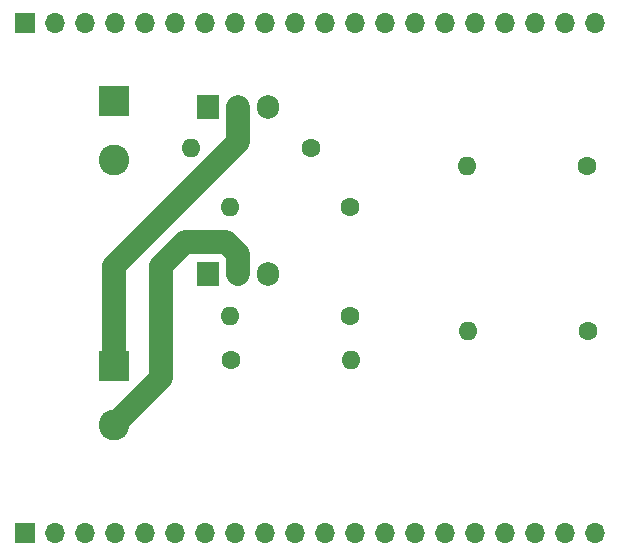
<source format=gbr>
%TF.GenerationSoftware,KiCad,Pcbnew,8.0.8*%
%TF.CreationDate,2025-04-18T11:11:16-04:00*%
%TF.ProjectId,PWM Module 3.0B,50574d20-4d6f-4647-956c-6520332e3042,rev?*%
%TF.SameCoordinates,Original*%
%TF.FileFunction,Copper,L2,Bot*%
%TF.FilePolarity,Positive*%
%FSLAX46Y46*%
G04 Gerber Fmt 4.6, Leading zero omitted, Abs format (unit mm)*
G04 Created by KiCad (PCBNEW 8.0.8) date 2025-04-18 11:11:16*
%MOMM*%
%LPD*%
G01*
G04 APERTURE LIST*
%TA.AperFunction,ComponentPad*%
%ADD10R,1.700000X1.700000*%
%TD*%
%TA.AperFunction,ComponentPad*%
%ADD11O,1.700000X1.700000*%
%TD*%
%TA.AperFunction,ComponentPad*%
%ADD12R,1.905000X2.000000*%
%TD*%
%TA.AperFunction,ComponentPad*%
%ADD13O,1.905000X2.000000*%
%TD*%
%TA.AperFunction,ComponentPad*%
%ADD14C,1.600000*%
%TD*%
%TA.AperFunction,ComponentPad*%
%ADD15O,1.600000X1.600000*%
%TD*%
%TA.AperFunction,ComponentPad*%
%ADD16R,2.600000X2.600000*%
%TD*%
%TA.AperFunction,ComponentPad*%
%ADD17C,2.600000*%
%TD*%
%TA.AperFunction,Conductor*%
%ADD18C,2.000000*%
%TD*%
G04 APERTURE END LIST*
D10*
%TO.P,J1,1,1*%
%TO.N,Net-(U3-GND)*%
X152440000Y-25400000D03*
D11*
%TO.P,J1,2,2*%
%TO.N,Net-(U3-VDD)*%
X154980000Y-25400000D03*
%TO.P,J1,3,3*%
%TO.N,Net-(J1-Pad3)*%
X157520000Y-25400000D03*
%TO.P,J1,4,4*%
%TO.N,Net-(J1-Pad4)*%
X160060000Y-25400000D03*
%TO.P,J1,5,5*%
%TO.N,Net-(J1-Pad5)*%
X162600000Y-25400000D03*
%TO.P,J1,6,6*%
%TO.N,unconnected-(J1-Pad6)*%
X165140000Y-25400000D03*
%TO.P,J1,7,7*%
%TO.N,unconnected-(J1-Pad7)*%
X167680000Y-25400000D03*
%TO.P,J1,8,8*%
%TO.N,unconnected-(J1-Pad8)*%
X170220000Y-25400000D03*
%TO.P,J1,9,9*%
%TO.N,unconnected-(J1-Pad9)*%
X172760000Y-25400000D03*
%TO.P,J1,10,10*%
%TO.N,unconnected-(J1-Pad10)*%
X175300000Y-25400000D03*
%TO.P,J1,11,11*%
%TO.N,unconnected-(J1-Pad11)*%
X177840000Y-25400000D03*
%TO.P,J1,12,12*%
%TO.N,unconnected-(J1-Pad12)*%
X180380000Y-25400000D03*
%TO.P,J1,13,13*%
%TO.N,unconnected-(J1-Pad13)*%
X182920000Y-25400000D03*
%TO.P,J1,14,14*%
%TO.N,unconnected-(J1-Pad14)*%
X185460000Y-25400000D03*
%TO.P,J1,15,15*%
%TO.N,unconnected-(J1-Pad15)*%
X188000000Y-25400000D03*
%TO.P,J1,16,16*%
%TO.N,unconnected-(J1-Pad16)*%
X190540000Y-25400000D03*
%TO.P,J1,17,17*%
%TO.N,unconnected-(J1-Pad17)*%
X193080000Y-25400000D03*
%TO.P,J1,18,18*%
%TO.N,unconnected-(J1-Pad18)*%
X195620000Y-25400000D03*
%TO.P,J1,19,19*%
%TO.N,unconnected-(J1-Pad19)*%
X198160000Y-25400000D03*
%TO.P,J1,20,20*%
%TO.N,unconnected-(J1-Pad20)*%
X200700000Y-25400000D03*
%TD*%
D12*
%TO.P,U5,1,G*%
%TO.N,Net-(U5-G)*%
X167920000Y-32500000D03*
D13*
%TO.P,U5,2,D*%
%TO.N,Net-(J2-Pin_1)*%
X170460000Y-32500000D03*
%TO.P,U5,3,S*%
%TO.N,Net-(U3-GND)*%
X173000000Y-32500000D03*
%TD*%
D14*
%TO.P,R2,1*%
%TO.N,Net-(J1-Pad5)*%
X200160000Y-51500000D03*
D15*
%TO.P,R2,2*%
%TO.N,Net-(J1-Pad4)*%
X190000000Y-51500000D03*
%TD*%
D14*
%TO.P,R3,1*%
%TO.N,Net-(U3-OUT)*%
X180000000Y-41000000D03*
D15*
%TO.P,R3,2*%
%TO.N,Net-(U3-GND)*%
X169840000Y-41000000D03*
%TD*%
D16*
%TO.P,J4,1,Pin_1*%
%TO.N,Net-(U3-GND)*%
X160000000Y-32000000D03*
D17*
%TO.P,J4,2,Pin_2*%
X160000000Y-37000000D03*
%TD*%
D10*
%TO.P,J3,1,1*%
%TO.N,unconnected-(J3-Pad1)*%
X152440000Y-68580000D03*
D11*
%TO.P,J3,2,2*%
%TO.N,unconnected-(J3-Pad2)*%
X154980000Y-68580000D03*
%TO.P,J3,3,3*%
%TO.N,unconnected-(J3-Pad3)*%
X157520000Y-68580000D03*
%TO.P,J3,4,4*%
%TO.N,unconnected-(J3-Pad4)*%
X160060000Y-68580000D03*
%TO.P,J3,5,5*%
%TO.N,unconnected-(J3-Pad5)*%
X162600000Y-68580000D03*
%TO.P,J3,6,6*%
%TO.N,unconnected-(J3-Pad6)*%
X165140000Y-68580000D03*
%TO.P,J3,7,7*%
%TO.N,unconnected-(J3-Pad7)*%
X167680000Y-68580000D03*
%TO.P,J3,8,8*%
%TO.N,unconnected-(J3-Pad8)*%
X170220000Y-68580000D03*
%TO.P,J3,9,9*%
%TO.N,unconnected-(J3-Pad9)*%
X172760000Y-68580000D03*
%TO.P,J3,10,10*%
%TO.N,unconnected-(J3-Pad10)*%
X175300000Y-68580000D03*
%TO.P,J3,11,11*%
%TO.N,unconnected-(J3-Pad11)*%
X177840000Y-68580000D03*
%TO.P,J3,12,12*%
%TO.N,unconnected-(J3-Pad12)*%
X180380000Y-68580000D03*
%TO.P,J3,13,13*%
%TO.N,unconnected-(J3-Pad13)*%
X182920000Y-68580000D03*
%TO.P,J3,14,14*%
%TO.N,unconnected-(J3-Pad14)*%
X185460000Y-68580000D03*
%TO.P,J3,15,15*%
%TO.N,unconnected-(J3-Pad15)*%
X188000000Y-68580000D03*
%TO.P,J3,16,16*%
%TO.N,unconnected-(J3-Pad16)*%
X190540000Y-68580000D03*
%TO.P,J3,17,17*%
%TO.N,unconnected-(J3-Pad17)*%
X193080000Y-68580000D03*
%TO.P,J3,18,18*%
%TO.N,unconnected-(J3-Pad18)*%
X195620000Y-68580000D03*
%TO.P,J3,19,19*%
%TO.N,unconnected-(J3-Pad19)*%
X198160000Y-68580000D03*
%TO.P,J3,20,20*%
%TO.N,unconnected-(J3-Pad20)*%
X200700000Y-68580000D03*
%TD*%
D14*
%TO.P,R4,1*%
%TO.N,Net-(U4-OUT)*%
X169920000Y-54000000D03*
D15*
%TO.P,R4,2*%
%TO.N,Net-(U3-GND)*%
X180080000Y-54000000D03*
%TD*%
D12*
%TO.P,U6,1,G*%
%TO.N,Net-(U6-G)*%
X167960000Y-46715000D03*
D13*
%TO.P,U6,2,D*%
%TO.N,Net-(J2-Pin_2)*%
X170500000Y-46715000D03*
%TO.P,U6,3,S*%
%TO.N,Net-(U3-GND)*%
X173040000Y-46715000D03*
%TD*%
D16*
%TO.P,J2,1,Pin_1*%
%TO.N,Net-(J2-Pin_1)*%
X160000000Y-54500000D03*
D17*
%TO.P,J2,2,Pin_2*%
%TO.N,Net-(J2-Pin_2)*%
X160000000Y-59500000D03*
%TD*%
D14*
%TO.P,R6,1*%
%TO.N,Net-(U4-OUT)*%
X180000000Y-50270000D03*
D15*
%TO.P,R6,2*%
%TO.N,Net-(U6-G)*%
X169840000Y-50270000D03*
%TD*%
D14*
%TO.P,R1,1*%
%TO.N,Net-(J1-Pad5)*%
X200080000Y-37500000D03*
D15*
%TO.P,R1,2*%
%TO.N,Net-(J1-Pad3)*%
X189920000Y-37500000D03*
%TD*%
D14*
%TO.P,R5,1*%
%TO.N,Net-(U3-OUT)*%
X176660000Y-36000000D03*
D15*
%TO.P,R5,2*%
%TO.N,Net-(U5-G)*%
X166500000Y-36000000D03*
%TD*%
D18*
%TO.N,Net-(J2-Pin_2)*%
X170500000Y-45000000D02*
X169500000Y-44000000D01*
X164000000Y-46000000D02*
X164000000Y-55500000D01*
X166000000Y-44000000D02*
X164000000Y-46000000D01*
X164000000Y-55500000D02*
X160000000Y-59500000D01*
X170500000Y-46715000D02*
X170500000Y-45000000D01*
X169500000Y-44000000D02*
X166000000Y-44000000D01*
%TO.N,Net-(J2-Pin_1)*%
X170460000Y-35500000D02*
X160000000Y-45960000D01*
X170460000Y-32500000D02*
X170460000Y-35500000D01*
X160000000Y-45960000D02*
X160000000Y-54500000D01*
%TD*%
M02*

</source>
